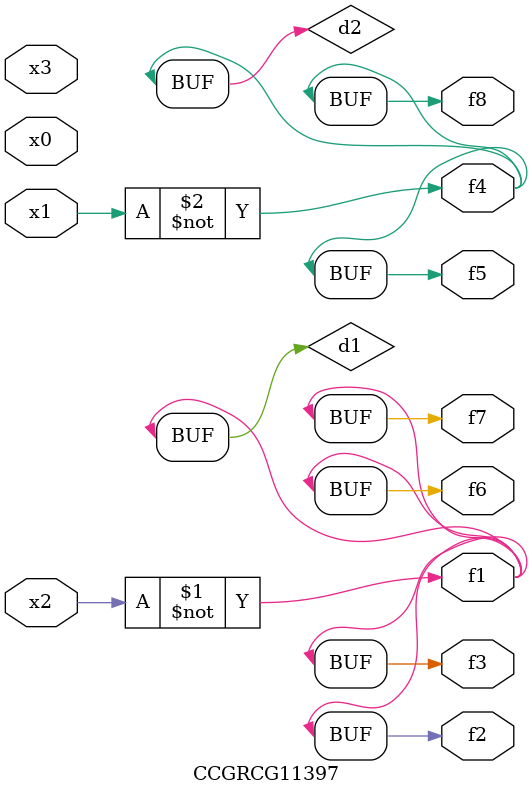
<source format=v>
module CCGRCG11397(
	input x0, x1, x2, x3,
	output f1, f2, f3, f4, f5, f6, f7, f8
);

	wire d1, d2;

	xnor (d1, x2);
	not (d2, x1);
	assign f1 = d1;
	assign f2 = d1;
	assign f3 = d1;
	assign f4 = d2;
	assign f5 = d2;
	assign f6 = d1;
	assign f7 = d1;
	assign f8 = d2;
endmodule

</source>
